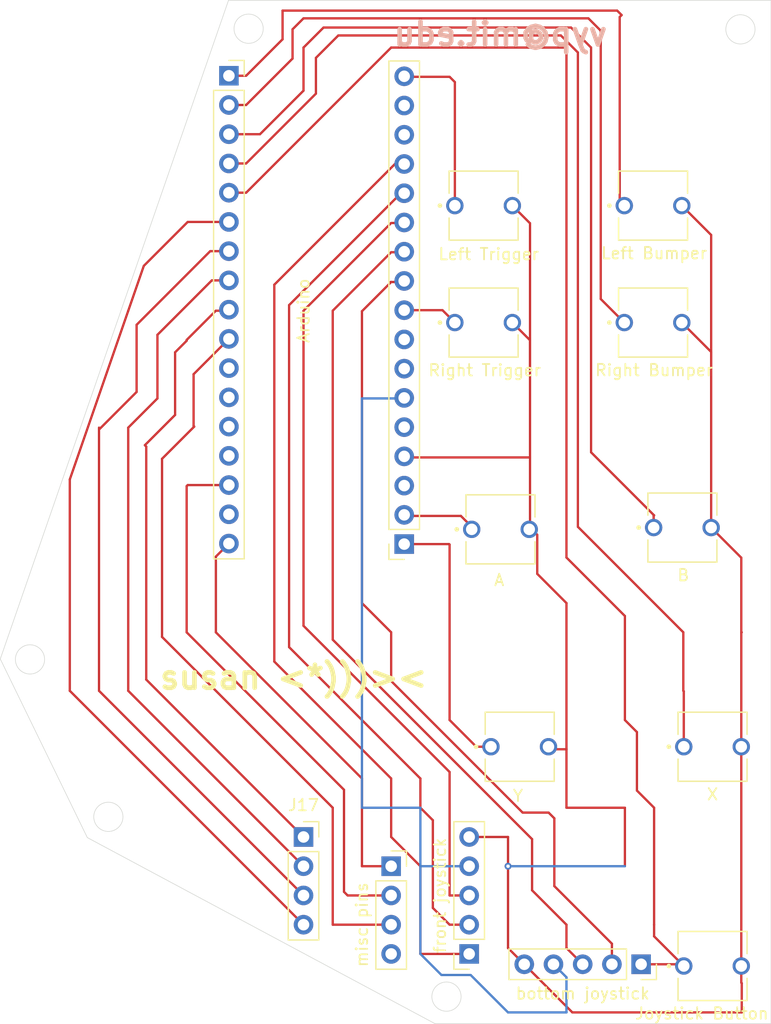
<source format=kicad_pcb>
(kicad_pcb (version 20240108) (generator "pcbnew") (generator_version "8.0")
  (layers (0 "F.Cu" signal) (31 "B.Cu" signal) (34 "B.Paste" user) (35 "F.Paste" user) (36 "B.SilkS" user "B.Silkscreen") (37 "F.SilkS" user "F.Silkscreen") (38 "B.Mask" user) (39 "F.Mask" user) (44 "Edge.Cuts" user))
  (net 0 "")
  (net 1 "/D8")
  (net 2 "/VCC")
  (net 3 "/A0")
  (net 4 "/GND")
  (net 5 "/A1")
  (net 6 "/D16")
  (net 7 "/D6")
  (net 8 "/D7")
  (net 9 "/D17")
  (net 10 "/D11")
  (net 11 "/D10")
  (net 12 "/D15")
  (net 13 "/RST")
  (net 14 "/D14")
  (net 15 "/D5")
  (net 16 "/D2")
  (net 17 "/D3")
  (net 18 "/D12")
  (net 19 "/D9")
  (net 20 "/D4")
  (net 21 "/3V")
  (net 22 "/A2")
  (net 23 "/NC")
  (net 24 "/D13")
  (net 25 "/VIN")
  (net 26 "/A3")
  (net 27 "/A5")
  (net 28 "/A4")
  (net 29 "/REF")
  (net 30 "/D0")
  (net 31 "/D1")
  (footprint "Downloads:SW_BUTT-2" (layer "F.Cu") (at 88.243682 92.654749)
    (property "Reference" "SW13")
    (property "Value" "A" (at -0.111257 4.407114 0) (layer "F.SilkS"))
    (fp_line (start -3 -3) (end 3 -3) (stroke (width 0.127)) (layer "F.SilkS"))
    (fp_line (start -3 -1.075) (end -3 -3) (stroke (width 0.127)) (layer "F.SilkS"))
    (fp_line (start -3 3) (end -3 1.075) (stroke (width 0.127)) (layer "F.SilkS"))
    (fp_line (start 3 -3) (end 3 -1.075) (stroke (width 0.127)) (layer "F.SilkS"))
    (fp_line (start 3 1.075) (end 3 3) (stroke (width 0.127)) (layer "F.SilkS"))
    (fp_line (start 3 3) (end -3 3) (stroke (width 0.127)) (layer "F.SilkS"))
    (fp_circle (center -3.8 0) (end -3.7 0) (stroke (width 0.2)) (fill none) (layer "F.SilkS"))
    (pad "1" thru_hole circle (at -2.5 0) (size 1.508 1.508) (drill 1) (layers "*.Cu" "*.Mask") (net 14 "/D14"))
    (pad "2" thru_hole circle (at 2.5 0) (size 1.508 1.508) (drill 1) (layers "*.Cu" "*.Mask") (net 4 "/GND"))
  )
  (footprint "Connector_PinSocket_2.54mm:PinSocket_1x17_P2.54mm_Vertical" (layer "F.Cu") (at 79.873417 93.935455 180)
    (property "Reference" "J4")
    (property "Value" "Arduino" (at 8.753417 20.275455 -90) (layer "F.SilkS"))
    (fp_line (start 1.33 1.27) (end 1.33 41.97) (stroke (width 0.12)) (layer "F.SilkS"))
    (fp_line (start 1.33 -1.33) (end 1.33 0) (stroke (width 0.12)) (layer "F.SilkS"))
    (fp_line (start 0 -1.33) (end 1.33 -1.33) (stroke (width 0.12)) (layer "F.SilkS"))
    (fp_line (start -1.33 41.97) (end 1.33 41.97) (stroke (width 0.12)) (layer "F.SilkS"))
    (fp_line (start -1.33 1.27) (end 1.33 1.27) (stroke (width 0.12)) (layer "F.SilkS"))
    (fp_line (start -1.33 1.27) (end -1.33 41.97) (stroke (width 0.12)) (layer "F.SilkS"))
    (pad "1" thru_hole rect (at 0 0 180) (size 1.7 1.7) (drill 1) (layers "*.Cu" "*.Mask") (net 12 "/D15"))
    (pad "2" thru_hole oval (at 0 2.54 180) (size 1.7 1.7) (drill 1) (layers "*.Cu" "*.Mask") (net 14 "/D14"))
    (pad "3" thru_hole oval (at 0 5.08 180) (size 1.7 1.7) (drill 1) (layers "*.Cu" "*.Mask") (net 25 "/VIN"))
    (pad "4" thru_hole oval (at 0 7.62 180) (size 1.7 1.7) (drill 1) (layers "*.Cu" "*.Mask") (net 4 "/GND"))
    (pad "5" thru_hole oval (at 0 10.16 180) (size 1.7 1.7) (drill 1) (layers "*.Cu" "*.Mask") (net 13 "/RST"))
    (pad "6" thru_hole oval (at 0 12.7 180) (size 1.7 1.7) (drill 1) (layers "*.Cu" "*.Mask") (net 2 "/VCC"))
    (pad "7" thru_hole oval (at 0 15.24 180) (size 1.7 1.7) (drill 1) (layers "*.Cu" "*.Mask") (net 23 "/NC"))
    (pad "8" thru_hole oval (at 0 17.78 180) (size 1.7 1.7) (drill 1) (layers "*.Cu" "*.Mask") (net 23 "/NC"))
    (pad "9" thru_hole oval (at 0 20.32 180) (size 1.7 1.7) (drill 1) (layers "*.Cu" "*.Mask") (net 27 "/A5"))
    (pad "10" thru_hole oval (at 0 22.86 180) (size 1.7 1.7) (drill 1) (layers "*.Cu" "*.Mask") (net 28 "/A4"))
    (pad "11" thru_hole oval (at 0 25.4 180) (size 1.7 1.7) (drill 1) (layers "*.Cu" "*.Mask") (net 26 "/A3"))
    (pad "12" thru_hole oval (at 0 27.94 180) (size 1.7 1.7) (drill 1) (layers "*.Cu" "*.Mask") (net 22 "/A2"))
    (pad "13" thru_hole oval (at 0 30.48 180) (size 1.7 1.7) (drill 1) (layers "*.Cu" "*.Mask") (net 5 "/A1"))
    (pad "14" thru_hole oval (at 0 33.02 180) (size 1.7 1.7) (drill 1) (layers "*.Cu" "*.Mask") (net 3 "/A0"))
    (pad "15" thru_hole oval (at 0 35.56 180) (size 1.7 1.7) (drill 1) (layers "*.Cu" "*.Mask") (net 29 "/REF"))
    (pad "16" thru_hole oval (at 0 38.1 180) (size 1.7 1.7) (drill 1) (layers "*.Cu" "*.Mask") (net 21 "/3V"))
    (pad "17" thru_hole oval (at 0 40.64 180) (size 1.7 1.7) (drill 1) (layers "*.Cu" "*.Mask") (net 24 "/D13"))
  )
  (footprint "Downloads:SW_BUTT-2" (layer "F.Cu") (at 89.916 111.539427)
    (property "Reference" "SW15")
    (property "Value" "Y" (at -0.150127 4.267728 0) (layer "F.SilkS"))
    (fp_line (start -3 -3) (end 3 -3) (stroke (width 0.127)) (layer "F.SilkS"))
    (fp_line (start -3 -1.075) (end -3 -3) (stroke (width 0.127)) (layer "F.SilkS"))
    (fp_line (start -3 3) (end -3 1.075) (stroke (width 0.127)) (layer "F.SilkS"))
    (fp_line (start 3 -3) (end 3 -1.075) (stroke (width 0.127)) (layer "F.SilkS"))
    (fp_line (start 3 1.075) (end 3 3) (stroke (width 0.127)) (layer "F.SilkS"))
    (fp_line (start 3 3) (end -3 3) (stroke (width 0.127)) (layer "F.SilkS"))
    (fp_circle (center -3.8 0) (end -3.7 0) (stroke (width 0.2)) (fill none) (layer "F.SilkS"))
    (pad "1" thru_hole circle (at -2.5 0) (size 1.508 1.508) (drill 1) (layers "*.Cu" "*.Mask") (net 12 "/D15"))
    (pad "2" thru_hole circle (at 2.5 0) (size 1.508 1.508) (drill 1) (layers "*.Cu" "*.Mask") (net 4 "/GND"))
  )
  (footprint "Downloads:SW_BUTT-2" (layer "F.Cu") (at 86.777054 64.530823)
    (property "Reference" "SW1")
    (property "Value" "Left Trigger" (at 0.443498 4.216453 0) (layer "F.SilkS"))
    (fp_line (start -3 -3) (end 3 -3) (stroke (width 0.127)) (layer "F.SilkS"))
    (fp_line (start -3 -1.075) (end -3 -3) (stroke (width 0.127)) (layer "F.SilkS"))
    (fp_line (start -3 3) (end -3 1.075) (stroke (width 0.127)) (layer "F.SilkS"))
    (fp_line (start 3 -3) (end 3 -1.075) (stroke (width 0.127)) (layer "F.SilkS"))
    (fp_line (start 3 1.075) (end 3 3) (stroke (width 0.127)) (layer "F.SilkS"))
    (fp_line (start 3 3) (end -3 3) (stroke (width 0.127)) (layer "F.SilkS"))
    (fp_circle (center -3.8 0) (end -3.7 0) (stroke (width 0.2)) (fill none) (layer "F.SilkS"))
    (pad "1" thru_hole circle (at -2.5 0) (size 1.508 1.508) (drill 1) (layers "*.Cu" "*.Mask") (net 24 "/D13"))
    (pad "2" thru_hole circle (at 2.5 0) (size 1.508 1.508) (drill 1) (layers "*.Cu" "*.Mask") (net 4 "/GND"))
  )
  (footprint "Downloads:SW_BUTT-2" (layer "F.Cu") (at 86.777054 74.690823)
    (property "Reference" "SW2")
    (property "Value" "Right Trigger" (at 0.09686 4.143628 0) (layer "F.SilkS"))
    (fp_line (start -3 -3) (end 3 -3) (stroke (width 0.127)) (layer "F.SilkS"))
    (fp_line (start -3 -1.075) (end -3 -3) (stroke (width 0.127)) (layer "F.SilkS"))
    (fp_line (start -3 3) (end -3 1.075) (stroke (width 0.127)) (layer "F.SilkS"))
    (fp_line (start 3 -3) (end 3 -1.075) (stroke (width 0.127)) (layer "F.SilkS"))
    (fp_line (start 3 1.075) (end 3 3) (stroke (width 0.127)) (layer "F.SilkS"))
    (fp_line (start 3 3) (end -3 3) (stroke (width 0.127)) (layer "F.SilkS"))
    (fp_circle (center -3.8 0) (end -3.7 0) (stroke (width 0.2)) (fill none) (layer "F.SilkS"))
    (pad "1" thru_hole circle (at -2.5 0) (size 1.508 1.508) (drill 1) (layers "*.Cu" "*.Mask") (net 27 "/A5"))
    (pad "2" thru_hole circle (at 2.5 0) (size 1.508 1.508) (drill 1) (layers "*.Cu" "*.Mask") (net 4 "/GND"))
  )
  (footprint "Downloads:SW_BUTT-2" (layer "F.Cu") (at 104.060425 92.499983)
    (property "Reference" "SW16")
    (property "Value" "B" (at 0.079575 4.135 0) (layer "F.SilkS"))
    (fp_line (start -3 -3) (end 3 -3) (stroke (width 0.127)) (layer "F.SilkS"))
    (fp_line (start -3 -1.075) (end -3 -3) (stroke (width 0.127)) (layer "F.SilkS"))
    (fp_line (start -3 3) (end -3 1.075) (stroke (width 0.127)) (layer "F.SilkS"))
    (fp_line (start 3 -3) (end 3 -1.075) (stroke (width 0.127)) (layer "F.SilkS"))
    (fp_line (start 3 1.075) (end 3 3) (stroke (width 0.127)) (layer "F.SilkS"))
    (fp_line (start 3 3) (end -3 3) (stroke (width 0.127)) (layer "F.SilkS"))
    (fp_circle (center -3.8 0) (end -3.7 0) (stroke (width 0.2)) (fill none) (layer "F.SilkS"))
    (pad "1" thru_hole circle (at -2.5 0) (size 1.508 1.508) (drill 1) (layers "*.Cu" "*.Mask") (net 11 "/D10"))
    (pad "2" thru_hole circle (at 2.5 0) (size 1.508 1.508) (drill 1) (layers "*.Cu" "*.Mask") (net 4 "/GND"))
  )
  (footprint "Connector_PinSocket_2.54mm:PinSocket_1x05_P2.54mm_Vertical" (layer "F.Cu") (at 85.52305 129.54 180)
    (property "Reference" "J1")
    (property "Value" "front joystick" (at 2.54 5.08 -90) (layer "F.SilkS"))
    (fp_line (start 1.33 1.27) (end 1.33 11.49) (stroke (width 0.12)) (layer "F.SilkS"))
    (fp_line (start 1.33 -1.33) (end 1.33 0) (stroke (width 0.12)) (layer "F.SilkS"))
    (fp_line (start 0 -1.33) (end 1.33 -1.33) (stroke (width 0.12)) (layer "F.SilkS"))
    (fp_line (start -1.33 11.49) (end 1.33 11.49) (stroke (width 0.12)) (layer "F.SilkS"))
    (fp_line (start -1.33 1.27) (end 1.33 1.27) (stroke (width 0.12)) (layer "F.SilkS"))
    (fp_line (start -1.33 1.27) (end -1.33 11.49) (stroke (width 0.12)) (layer "F.SilkS"))
    (pad "1" thru_hole rect (at 0 0 180) (size 1.7 1.7) (drill 1) (layers "*.Cu" "*.Mask") (net 3 "/A0"))
    (pad "2" thru_hole oval (at 0 2.54 180) (size 1.7 1.7) (drill 1) (layers "*.Cu" "*.Mask") (net 5 "/A1"))
    (pad "3" thru_hole oval (at 0 5.08 180) (size 1.7 1.7) (drill 1) (layers "*.Cu" "*.Mask") (net 22 "/A2"))
    (pad "4" thru_hole oval (at 0 7.62 180) (size 1.7 1.7) (drill 1) (layers "*.Cu" "*.Mask") (net 2 "/VCC"))
    (pad "5" thru_hole oval (at 0 10.16 180) (size 1.7 1.7) (drill 1) (layers "*.Cu" "*.Mask") (net 4 "/GND"))
  )
  (footprint "Downloads:SW_BUTT-2" (layer "F.Cu") (at 101.509054 64.530823)
    (property "Reference" "SW4" (hide yes))
    (property "Value" "Left Bumper" (at 0.090946 4.135 0) (layer "F.SilkS"))
    (fp_line (start -3 -3) (end 3 -3) (stroke (width 0.127)) (layer "F.SilkS"))
    (fp_line (start -3 -1.075) (end -3 -3) (stroke (width 0.127)) (layer "F.SilkS"))
    (fp_line (start -3 3) (end -3 1.075) (stroke (width 0.127)) (layer "F.SilkS"))
    (fp_line (start 3 -3) (end 3 -1.075) (stroke (width 0.127)) (layer "F.SilkS"))
    (fp_line (start 3 1.075) (end 3 3) (stroke (width 0.127)) (layer "F.SilkS"))
    (fp_line (start 3 3) (end -3 3) (stroke (width 0.127)) (layer "F.SilkS"))
    (fp_circle (center -3.8 0) (end -3.7 0) (stroke (width 0.2)) (fill none) (layer "F.SilkS"))
    (pad "1" thru_hole circle (at -2.5 0) (size 1.508 1.508) (drill 1) (layers "*.Cu" "*.Mask") (net 18 "/D12"))
    (pad "2" thru_hole circle (at 2.5 0) (size 1.508 1.508) (drill 1) (layers "*.Cu" "*.Mask") (net 4 "/GND"))
  )
  (footprint "Downloads:SW_BUTT-2" (layer "F.Cu") (at 106.68 111.539427)
    (property "Reference" "SW14")
    (property "Value" "X" (at 0 4.135 0) (layer "F.SilkS"))
    (fp_line (start -3 -3) (end 3 -3) (stroke (width 0.127)) (layer "F.SilkS"))
    (fp_line (start -3 -1.075) (end -3 -3) (stroke (width 0.127)) (layer "F.SilkS"))
    (fp_line (start -3 3) (end -3 1.075) (stroke (width 0.127)) (layer "F.SilkS"))
    (fp_line (start 3 -3) (end 3 -1.075) (stroke (width 0.127)) (layer "F.SilkS"))
    (fp_line (start 3 1.075) (end 3 3) (stroke (width 0.127)) (layer "F.SilkS"))
    (fp_line (start 3 3) (end -3 3) (stroke (width 0.127)) (layer "F.SilkS"))
    (fp_circle (center -3.8 0) (end -3.7 0) (stroke (width 0.2)) (fill none) (layer "F.SilkS"))
    (pad "1" thru_hole circle (at -2.5 0) (size 1.508 1.508) (drill 1) (layers "*.Cu" "*.Mask") (net 19 "/D9"))
    (pad "2" thru_hole circle (at 2.5 0) (size 1.508 1.508) (drill 1) (layers "*.Cu" "*.Mask") (net 4 "/GND"))
  )
  (footprint "Downloads:SW_BUTT-2" (layer "F.Cu") (at 106.68 130.589427)
    (property "Reference" "SW7")
    (property "Value" "Joystick Button" (at -0.930092 4.124987 0) (layer "F.SilkS"))
    (fp_line (start -3 -3) (end 3 -3) (stroke (width 0.127)) (layer "F.SilkS"))
    (fp_line (start -3 -1.075) (end -3 -3) (stroke (width 0.127)) (layer "F.SilkS"))
    (fp_line (start -3 3) (end -3 1.075) (stroke (width 0.127)) (layer "F.SilkS"))
    (fp_line (start 3 -3) (end 3 -1.075) (stroke (width 0.127)) (layer "F.SilkS"))
    (fp_line (start 3 1.075) (end 3 3) (stroke (width 0.127)) (layer "F.SilkS"))
    (fp_line (start 3 3) (end -3 3) (stroke (width 0.127)) (layer "F.SilkS"))
    (fp_circle (center -3.8 0) (end -3.7 0) (stroke (width 0.2)) (fill none) (layer "F.SilkS"))
    (pad "1" thru_hole circle (at -2.5 0) (size 1.508 1.508) (drill 1) (layers "*.Cu" "*.Mask") (net 1 "/D8"))
    (pad "2" thru_hole circle (at 2.5 0) (size 1.508 1.508) (drill 1) (layers "*.Cu" "*.Mask") (net 4 "/GND"))
  )
  (footprint "Connector_PinSocket_2.54mm:PinSocket_1x04_P2.54mm_Vertical" (layer "F.Cu") (at 71.12 119.38)
    (property "Reference" "J17" (at 0 -2.77 0) (layer "F.SilkS"))
    (property "Value" "d-pad pins")
    (fp_line (start -1.33 1.27) (end -1.33 8.95) (stroke (width 0.12)) (layer "F.SilkS"))
    (fp_line (start -1.33 1.27) (end 1.33 1.27) (stroke (width 0.12)) (layer "F.SilkS"))
    (fp_line (start -1.33 8.95) (end 1.33 8.95) (stroke (width 0.12)) (layer "F.SilkS"))
    (fp_line (start 0 -1.33) (end 1.33 -1.33) (stroke (width 0.12)) (layer "F.SilkS"))
    (fp_line (start 1.33 -1.33) (end 1.33 0) (stroke (width 0.12)) (layer "F.SilkS"))
    (fp_line (start 1.33 1.27) (end 1.33 8.95) (stroke (width 0.12)) (layer "F.SilkS"))
    (pad "1" thru_hole rect (at 0 0) (size 1.7 1.7) (drill 1) (layers "*.Cu" "*.Mask") (net 20 "/D4"))
    (pad "2" thru_hole oval (at 0 2.54) (size 1.7 1.7) (drill 1) (layers "*.Cu" "*.Mask") (net 15 "/D5"))
    (pad "3" thru_hole oval (at 0 5.08) (size 1.7 1.7) (drill 1) (layers "*.Cu" "*.Mask") (net 7 "/D6"))
    (pad "4" thru_hole oval (at 0 7.62) (size 1.7 1.7) (drill 1) (layers "*.Cu" "*.Mask") (net 8 "/D7"))
  )
  (footprint "Connector_PinSocket_2.54mm:PinSocket_1x05_P2.54mm_Vertical" (layer "F.Cu") (at 100.471417 130.438924 -90)
    (property "Reference" "J2" (hide yes))
    (property "Value" "bottom joystick" (at 2.54 5.08 180) (layer "F.SilkS"))
    (fp_line (start -1.33 11.49) (end 1.33 11.49) (stroke (width 0.12)) (layer "F.SilkS"))
    (fp_line (start -1.33 1.27) (end -1.33 11.49) (stroke (width 0.12)) (layer "F.SilkS"))
    (fp_line (start -1.33 1.27) (end 1.33 1.27) (stroke (width 0.12)) (layer "F.SilkS"))
    (fp_line (start 1.33 1.27) (end 1.33 11.49) (stroke (width 0.12)) (layer "F.SilkS"))
    (fp_line (start 0 -1.33) (end 1.33 -1.33) (stroke (width 0.12)) (layer "F.SilkS"))
    (fp_line (start 1.33 -1.33) (end 1.33 0) (stroke (width 0.12)) (layer "F.SilkS"))
    (pad "1" thru_hole rect (at 0 0 270) (size 1.7 1.7) (drill 1) (layers "*.Cu" "*.Mask") (net 1 "/D8"))
    (pad "2" thru_hole oval (at 0 2.54 270) (size 1.7 1.7) (drill 1) (layers "*.Cu" "*.Mask") (net 28 "/A4"))
    (pad "3" thru_hole oval (at 0 5.08 270) (size 1.7 1.7) (drill 1) (layers "*.Cu" "*.Mask") (net 26 "/A3"))
    (pad "4" thru_hole oval (at 0 7.62 270) (size 1.7 1.7) (drill 1) (layers "*.Cu" "*.Mask") (net 2 "/VCC"))
    (pad "5" thru_hole oval (at 0 10.16 270) (size 1.7 1.7) (drill 1) (layers "*.Cu" "*.Mask") (net 4 "/GND"))
  )
  (footprint "Connector_PinSocket_2.54mm:PinSocket_1x04_P2.54mm_Vertical" (layer "F.Cu") (at 78.74 121.92)
    (property "Reference" "J18")
    (property "Value" "misc pins" (at -2.54 5.08 90) (layer "F.SilkS"))
    (fp_line (start -1.33 1.27) (end -1.33 8.95) (stroke (width 0.12)) (layer "F.SilkS"))
    (fp_line (start -1.33 1.27) (end 1.33 1.27) (stroke (width 0.12)) (layer "F.SilkS"))
    (fp_line (start -1.33 8.95) (end 1.33 8.95) (stroke (width 0.12)) (layer "F.SilkS"))
    (fp_line (start 0 -1.33) (end 1.33 -1.33) (stroke (width 0.12)) (layer "F.SilkS"))
    (fp_line (start 1.33 -1.33) (end 1.33 0) (stroke (width 0.12)) (layer "F.SilkS"))
    (fp_line (start 1.33 1.27) (end 1.33 8.95) (stroke (width 0.12)) (layer "F.SilkS"))
    (pad "1" thru_hole rect (at 0 0) (size 1.7 1.7) (drill 1) (layers "*.Cu" "*.Mask") (net 6 "/D16"))
    (pad "2" thru_hole oval (at 0 2.54) (size 1.7 1.7) (drill 1) (layers "*.Cu" "*.Mask") (net 31 "/D1"))
    (pad "3" thru_hole oval (at 0 5.08) (size 1.7 1.7) (drill 1) (layers "*.Cu" "*.Mask") (net 17 "/D3"))
    (pad "4" thru_hole oval (at 0 7.62) (size 1.7 1.7) (drill 1) (layers "*.Cu" "*.Mask") (net 4 "/GND"))
  )
  (footprint "Downloads:SW_BUTT-2" (layer "F.Cu") (at 101.509054 74.690823)
    (property "Reference" "SW3")
    (property "Value" "Right Bumper" (at 0.090946 4.135 0) (layer "F.SilkS"))
    (fp_line (start -3 -3) (end 3 -3) (stroke (width 0.127)) (layer "F.SilkS"))
    (fp_line (start -3 -1.075) (end -3 -3) (stroke (width 0.127)) (layer "F.SilkS"))
    (fp_line (start -3 3) (end -3 1.075) (stroke (width 0.127)) (layer "F.SilkS"))
    (fp_line (start 3 -3) (end 3 -1.075) (stroke (width 0.127)) (layer "F.SilkS"))
    (fp_line (start 3 1.075) (end 3 3) (stroke (width 0.127)) (layer "F.SilkS"))
    (fp_line (start 3 3) (end -3 3) (stroke (width 0.127)) (layer "F.SilkS"))
    (fp_circle (center -3.8 0) (end -3.7 0) (stroke (width 0.2)) (fill none) (layer "F.SilkS"))
    (pad "1" thru_hole circle (at -2.5 0) (size 1.508 1.508) (drill 1) (layers "*.Cu" "*.Mask") (net 10 "/D11"))
    (pad "2" thru_hole circle (at 2.5 0) (size 1.508 1.508) (drill 1) (layers "*.Cu" "*.Mask") (net 4 "/GND"))
  )
  (footprint "Connector_PinSocket_2.54mm:PinSocket_1x17_P2.54mm_Vertical" (layer "F.Cu") (at 64.633417 53.248045)
    (property "Reference" "J3")
    (property "Value" "Conn_01x17_Pin" (hide yes))
    (fp_line (start -1.33 1.27) (end -1.33 41.97) (stroke (width 0.12)) (layer "F.SilkS"))
    (fp_line (start -1.33 1.27) (end 1.33 1.27) (stroke (width 0.12)) (layer "F.SilkS"))
    (fp_line (start -1.33 41.97) (end 1.33 41.97) (stroke (width 0.12)) (layer "F.SilkS"))
    (fp_line (start 0 -1.33) (end 1.33 -1.33) (stroke (width 0.12)) (layer "F.SilkS"))
    (fp_line (start 1.33 -1.33) (end 1.33 0) (stroke (width 0.12)) (layer "F.SilkS"))
    (fp_line (start 1.33 1.27) (end 1.33 41.97) (stroke (width 0.12)) (layer "F.SilkS"))
    (pad "1" thru_hole rect (at 0 0) (size 1.7 1.7) (drill 1) (layers "*.Cu" "*.Mask") (net 18 "/D12"))
    (pad "2" thru_hole oval (at 0 2.54) (size 1.7 1.7) (drill 1) (layers "*.Cu" "*.Mask") (net 10 "/D11"))
    (pad "3" thru_hole oval (at 0 5.08) (size 1.7 1.7) (drill 1) (layers "*.Cu" "*.Mask") (net 11 "/D10"))
    (pad "4" thru_hole oval (at 0 7.62) (size 1.7 1.7) (drill 1) (layers "*.Cu" "*.Mask") (net 19 "/D9"))
    (pad "5" thru_hole oval (at 0 10.16) (size 1.7 1.7) (drill 1) (layers "*.Cu" "*.Mask") (net 1 "/D8"))
    (pad "6" thru_hole oval (at 0 12.7) (size 1.7 1.7) (drill 1) (layers "*.Cu" "*.Mask") (net 8 "/D7"))
    (pad "7" thru_hole oval (at 0 15.24) (size 1.7 1.7) (drill 1) (layers "*.Cu" "*.Mask") (net 7 "/D6"))
    (pad "8" thru_hole oval (at 0 17.78) (size 1.7 1.7) (drill 1) (layers "*.Cu" "*.Mask") (net 15 "/D5"))
    (pad "9" thru_hole oval (at 0 20.32) (size 1.7 1.7) (drill 1) (layers "*.Cu" "*.Mask") (net 20 "/D4"))
    (pad "10" thru_hole oval (at 0 22.86) (size 1.7 1.7) (drill 1) (layers "*.Cu" "*.Mask") (net 17 "/D3"))
    (pad "11" thru_hole oval (at 0 25.4) (size 1.7 1.7) (drill 1) (layers "*.Cu" "*.Mask") (net 16 "/D2"))
    (pad "12" thru_hole oval (at 0 27.94) (size 1.7 1.7) (drill 1) (layers "*.Cu" "*.Mask") (net 4 "/GND"))
    (pad "13" thru_hole oval (at 0 30.48) (size 1.7 1.7) (drill 1) (layers "*.Cu" "*.Mask") (net 13 "/RST"))
    (pad "14" thru_hole oval (at 0 33.02) (size 1.7 1.7) (drill 1) (layers "*.Cu" "*.Mask") (net 30 "/D0"))
    (pad "15" thru_hole oval (at 0 35.56) (size 1.7 1.7) (drill 1) (layers "*.Cu" "*.Mask") (net 31 "/D1"))
    (pad "16" thru_hole oval (at 0 38.1) (size 1.7 1.7) (drill 1) (layers "*.Cu" "*.Mask") (net 9 "/D17"))
    (pad "17" thru_hole oval (at 0 40.64) (size 1.7 1.7) (drill 1) (layers "*.Cu" "*.Mask") (net 6 "/D16"))
  )
  (gr_line (start 64.6 46.69279) (end 44.757099 103.916044) (stroke (width 0.05)) (layer "Edge.Cuts"))
  (gr_line (start 64.6 46.69279) (end 111.76 46.69279) (stroke (width 0.05)) (layer "Edge.Cuts"))
  (gr_circle (center 83.548809 133.24832) (end 82.278809 133.24832) (stroke (width 0.05)) (fill none) (layer "Edge.Cuts"))
  (gr_circle (center 109.106096 49.217965) (end 110.376096 49.217965) (stroke (width 0.05)) (fill none) (layer "Edge.Cuts"))
  (gr_line (start 111.76 135.59279) (end 82.55 135.59279) (stroke (width 0.05)) (layer "Edge.Cuts"))
  (gr_line (start 111.76 46.69279) (end 111.76 135.59279) (stroke (width 0.05)) (layer "Edge.Cuts"))
  (gr_line (start 82.547187 135.595639) (end 52.324 119.43279) (stroke (width 0.05)) (layer "Edge.Cuts"))
  (gr_line (start 44.757099 103.916044) (end 52.324 119.43279) (stroke (width 0.05)) (layer "Edge.Cuts"))
  (gr_circle (center 47.340021 103.953322) (end 46.070021 103.953322) (stroke (width 0.05)) (fill none) (layer "Edge.Cuts"))
  (gr_circle (center 54.152909 117.630356) (end 52.882909 117.630356) (stroke (width 0.05)) (fill none) (layer "Edge.Cuts"))
  (gr_circle (center 66.346944 49.162885) (end 66.346944 47.892885) (stroke (width 0.05)) (fill none) (layer "Edge.Cuts"))
  (gr_text "vyp@mit.edu" (at 78.74 50.8 0) (layer "B.SilkS") (effects (font (size 2 2) (thickness 0.4) (bold yes)) (justify right bottom mirror)))
  (gr_text "susan <*)))><\n" (at 58.42 106.68 0) (layer "F.SilkS") (effects (font (size 2 2) (thickness 0.4) (bold yes)) (justify left bottom)))
  (segment (start 66.131955 63.408045) (end 64.633417 63.408045) (width 0.2) (layer "F.Cu") (net 1))
  (segment (start 93.98 50.8) (end 78.74 50.8) (width 0.2) (layer "F.Cu") (net 1))
  (segment (start 100.471417 130.438924) (end 104.029497 130.438924) (width 0.2) (layer "F.Cu") (net 1))
  (segment (start 101.6 127) (end 101.6 116.84) (width 0.2) (layer "F.Cu") (net 1))
  (segment (start 100.106425 110.266425) (end 99.06 109.22) (width 0.2) (layer "F.Cu") (net 1))
  (segment (start 99.06 100.181872) (end 93.98 95.101872) (width 0.2) (layer "F.Cu") (net 1))
  (segment (start 100.106425 115.346425) (end 100.106425 110.266425) (width 0.2) (layer "F.Cu") (net 1))
  (segment (start 104.029497 130.438924) (end 104.18 130.589427) (width 0.2) (layer "F.Cu") (net 1))
  (segment (start 99.06 109.22) (end 99.06 100.181872) (width 0.2) (layer "F.Cu") (net 1))
  (segment (start 101.6 128.009427) (end 101.6 127) (width 0.2) (layer "F.Cu") (net 1))
  (segment (start 101.6 116.84) (end 100.106425 115.346425) (width 0.2) (layer "F.Cu") (net 1))
  (segment (start 78.74 50.8) (end 66.131955 63.408045) (width 0.2) (layer "F.Cu") (net 1))
  (segment (start 93.98 95.101872) (end 93.98 50.8) (width 0.2) (layer "F.Cu") (net 1))
  (segment (start 104.18 130.589427) (end 101.6 128.009427) (width 0.2) (layer "F.Cu") (net 1))
  (segment (start 92.509166 130.096673) (end 92.851417 130.438924) (width 0.2) (layer "F.Cu") (net 2))
  (segment (start 83.110201 131.370201) (end 85.650201 131.370201) (width 0.2) (layer "B.Cu") (net 2))
  (segment (start 81.28 121.92) (end 85.52305 121.92) (width 0.2) (layer "B.Cu") (net 2))
  (segment (start 81.28 116.84) (end 81.28 121.92) (width 0.2) (layer "B.Cu") (net 2))
  (segment (start 76.2 116.84) (end 81.28 116.84) (width 0.2) (layer "B.Cu") (net 2))
  (segment (start 88.9 134.62) (end 93.98 134.62) (width 0.2) (layer "B.Cu") (net 2))
  (segment (start 79.873417 81.235455) (end 79.828872 81.28) (width 0.2) (layer "B.Cu") (net 2))
  (segment (start 79.828872 81.28) (end 76.2 81.28) (width 0.2) (layer "B.Cu") (net 2))
  (segment (start 85.650201 131.370201) (end 88.9 134.62) (width 0.2) (layer "B.Cu") (net 2))
  (segment (start 81.28 129.54) (end 83.110201 131.370201) (width 0.2) (layer "B.Cu") (net 2))
  (segment (start 76.2 81.28) (end 76.2 116.84) (width 0.2) (layer "B.Cu") (net 2))
  (segment (start 93.98 134.62) (end 93.98 131.567507) (width 0.2) (layer "B.Cu") (net 2))
  (segment (start 93.98 131.567507) (end 92.851417 130.438924) (width 0.2) (layer "B.Cu") (net 2))
  (segment (start 81.28 121.92) (end 81.28 129.54) (width 0.2) (layer "B.Cu") (net 2))
  (segment (start 68.58 104.14) (end 78.74 114.3) (width 0.2) (layer "F.Cu") (net 3))
  (segment (start 79.067388 60.915455) (end 68.58 71.402843) (width 0.2) (layer "F.Cu") (net 3))
  (segment (start 81.28 129.54) (end 85.52305 129.54) (width 0.2) (layer "F.Cu") (net 3))
  (segment (start 79.873417 60.915455) (end 79.067388 60.915455) (width 0.2) (layer "F.Cu") (net 3))
  (segment (start 81.28 121.92) (end 81.28 129.54) (width 0.2) (layer "F.Cu") (net 3))
  (segment (start 78.74 114.3) (end 78.74 119.38) (width 0.2) (layer "F.Cu") (net 3))
  (segment (start 78.74 119.38) (end 81.28 121.92) (width 0.2) (layer "F.Cu") (net 3))
  (segment (start 68.58 71.402843) (end 68.58 104.14) (width 0.2) (layer "F.Cu") (net 3))
  (segment (start 104.009054 64.530823) (end 106.560425 67.082194) (width 0.2) (layer "F.Cu") (net 4))
  (segment (start 90.812425 66.066194) (end 90.812425 78.74) (width 0.2) (layer "F.Cu") (net 4))
  (segment (start 90.812425 78.74) (end 90.812425 92.499983) (width 0.2) (layer "F.Cu") (net 4))
  (segment (start 91.44 93.127558) (end 91.44 96.52) (width 0.2) (layer "F.Cu") (net 4))
  (segment (start 99.06 116.84) (end 93.98 116.84) (width 0.2) (layer "F.Cu") (net 4))
  (segment (start 89.277054 74.690823) (end 90.812425 76.226194) (width 0.2) (layer "F.Cu") (net 4))
  (segment (start 79.965372 86.40741) (end 90.765015 86.40741) (width 0.2) (layer "F.Cu") (net 4))
  (segment (start 88.9 121.92) (end 88.9 129.027507) (width 0.2) (layer "F.Cu") (net 4))
  (segment (start 93.98 111.76) (end 92.636573 111.76) (width 0.2) (layer "F.Cu") (net 4))
  (segment (start 93.98 116.84) (end 93.98 111.76) (width 0.2) (layer "F.Cu") (net 4))
  (segment (start 106.560425 67.082194) (end 106.560425 78.74) (width 0.2) (layer "F.Cu") (net 4))
  (segment (start 85.52305 119.38) (end 88.9 119.38) (width 0.2) (layer "F.Cu") (net 4))
  (segment (start 88.9 129.027507) (end 90.311417 130.438924) (width 0.2) (layer "F.Cu") (net 4))
  (segment (start 91.44 96.52) (end 93.98 99.06) (width 0.2) (layer "F.Cu") (net 4))
  (segment (start 90.765015 86.40741) (end 90.812425 86.36) (width 0.2) (layer "F.Cu") (net 4))
  (segment (start 88.9 119.38) (end 88.9 121.92) (width 0.2) (layer "F.Cu") (net 4))
  (segment (start 79.873417 86.315455) (end 79.965372 86.40741) (width 0.2) (layer "F.Cu") (net 4))
  (segment (start 106.560425 77.242194) (end 106.560425 78.74) (width 0.2) (layer "F.Cu") (net 4))
  (segment (start 106.560425 78.74) (end 106.560425 92.499983) (width 0.2) (layer "F.Cu") (net 4))
  (segment (start 109.22 132.08) (end 109.18 132.04) (width 0.2) (layer "F.Cu") (net 4))
  (segment (start 99.06 121.92) (end 99.06 116.84) (width 0.2) (layer "F.Cu") (net 4))
  (segment (start 109.18 101.64) (end 109.18 95.119558) (width 0.2) (layer "F.Cu") (net 4))
  (segment (start 89.277054 64.530823) (end 90.812425 66.066194) (width 0.2) (layer "F.Cu") (net 4))
  (segment (start 90.311417 130.438924) (end 94.492493 134.62) (width 0.2) (layer "F.Cu") (net 4))
  (segment (start 88.888286 121.931714) (end 88.9 121.92) (width 0.2) (layer "F.Cu") (net 4))
  (segment (start 109.18 130.589427) (end 109.18 111.539427) (width 0.2) (layer "F.Cu") (net 4))
  (segment (start 90.812425 92.499983) (end 91.44 93.127558) (width 0.2) (layer "F.Cu") (net 4))
  (segment (start 109.18 95.119558) (end 106.560425 92.499983) (width 0.2) (layer "F.Cu") (net 4))
  (segment (start 92.636573 111.76) (end 92.416 111.539427) (width 0.2) (layer "F.Cu") (net 4))
  (segment (start 94.492493 134.62) (end 109.22 134.62) (width 0.2) (layer "F.Cu") (net 4))
  (segment (start 109.22 134.62) (end 109.22 132.08) (width 0.2) (layer "F.Cu") (net 4))
  (segment (start 109.18 101.64) (end 109.22 101.6) (width 0.2) (layer "F.Cu") (net 4))
  (segment (start 90.812425 76.226194) (end 90.812425 78.74) (width 0.2) (layer "F.Cu") (net 4))
  (segment (start 104.009054 74.690823) (end 106.560425 77.242194) (width 0.2) (layer "F.Cu") (net 4))
  (segment (start 109.18 111.539427) (end 109.18 101.64) (width 0.2) (layer "F.Cu") (net 4))
  (segment (start 93.98 99.06) (end 93.98 111.76) (width 0.2) (layer "F.Cu") (net 4))
  (segment (start 109.18 132.04) (end 109.18 130.589427) (width 0.2) (layer "F.Cu") (net 4))
  (via (at 88.9 121.92) (size 0.6) (drill 0.3) (layers "F.Cu" "B.Cu") (net 4))
  (segment (start 88.9 121.92) (end 99.06 121.92) (width 0.2) (layer "B.Cu") (net 4))
  (segment (start 69.866383 73.173617) (end 69.866383 102.886383) (width 0.2) (layer "F.Cu") (net 5))
  (segment (start 82.363565 117.923565) (end 82.363565 125.543565) (width 0.2) (layer "F.Cu") (net 5))
  (segment (start 81.28 114.3) (end 81.28 116.84) (width 0.2) (layer "F.Cu") (net 5))
  (segment (start 79.873417 63.455455) (end 79.584545 63.455455) (width 0.2) (layer "F.Cu") (net 5))
  (segment (start 79.584545 63.455455) (end 69.866383 73.173617) (width 0.2) (layer "F.Cu") (net 5))
  (segment (start 82.363565 125.543565) (end 83.82 127) (width 0.2) (layer "F.Cu") (net 5))
  (segment (start 81.28 116.84) (end 82.363565 117.923565) (width 0.2) (layer "F.Cu") (net 5))
  (segment (start 69.866383 102.886383) (end 81.28 114.3) (width 0.2) (layer "F.Cu") (net 5))
  (segment (start 83.82 127) (end 85.52305 127) (width 0.2) (layer "F.Cu") (net 5))
  (segment (start 76.2 121.92) (end 78.74 121.92) (width 0.2) (layer "F.Cu") (net 6))
  (segment (start 63.5 95.021462) (end 64.633417 93.888045) (width 0.2) (layer "F.Cu") (net 6))
  (segment (start 63.5 101.6) (end 63.5 95.021462) (width 0.2) (layer "F.Cu") (net 6))
  (segment (start 76.2 114.3) (end 63.5 101.6) (width 0.2) (layer "F.Cu") (net 6))
  (segment (start 76.2 121.92) (end 76.2 114.3) (width 0.2) (layer "F.Cu") (net 6))
  (segment (start 56.608278 80.719322) (end 55.9638 81.3638) (width 0.2) (layer "F.Cu") (net 7))
  (segment (start 56.608278 74.886316) (end 56.608278 80.719322) (width 0.2) (layer "F.Cu") (net 7))
  (segment (start 64.633417 68.488045) (end 63.006549 68.488045) (width 0.2) (layer "F.Cu") (net 7))
  (segment (start 71.12 124.46) (end 53.34 106.68) (width 0.2) (layer "F.Cu") (net 7))
  (segment (start 53.34 83.9876) (end 53.34 83.82) (width 0.2) (layer "F.Cu") (net 7))
  (segment (start 55.9638 81.3638) (end 53.34 83.9876) (width 0.2) (layer "F.Cu") (net 7))
  (segment (start 63.006549 68.488045) (end 56.608278 74.886316) (width 0.2) (layer "F.Cu") (net 7))
  (segment (start 53.34 106.68) (end 53.34 83.9876) (width 0.2) (layer "F.Cu") (net 7))
  (segment (start 55.88 73.671023) (end 55.885851 73.654149) (width 0.2) (layer "F.Cu") (net 8))
  (segment (start 50.8 88.320802) (end 57.234179 69.765821) (width 0.2) (layer "F.Cu") (net 8))
  (segment (start 61.051955 65.948045) (end 64.633417 65.948045) (width 0.2) (layer "F.Cu") (net 8))
  (segment (start 50.8 106.68) (end 50.8 88.320802) (width 0.2) (layer "F.Cu") (net 8))
  (segment (start 71.12 127) (end 50.8 106.68) (width 0.2) (layer "F.Cu") (net 8))
  (segment (start 57.234179 69.765821) (end 61.051955 65.948045) (width 0.2) (layer "F.Cu") (net 8))
  (segment (start 64.541462 91.44) (end 64.633417 91.348045) (width 0.2) (layer "F.Cu") (net 9))
  (segment (start 96.960106 49.334421) (end 96.960106 72.641875) (width 0.2) (layer "F.Cu") (net 10))
  (segment (start 95.885685 48.26) (end 96.960106 49.334421) (width 0.2) (layer "F.Cu") (net 10))
  (segment (start 70.166651 49.213349) (end 71.12 48.26) (width 0.2) (layer "F.Cu") (net 10))
  (segment (start 71.12 48.26) (end 95.885685 48.26) (width 0.2) (layer "F.Cu") (net 10))
  (segment (start 70.166651 51.753349) (end 70.166651 49.213349) (width 0.2) (layer "F.Cu") (net 10))
  (segment (start 64.633417 55.788045) (end 66.131955 55.788045) (width 0.2) (layer "F.Cu") (net 10))
  (segment (start 96.960106 72.641875) (end 99.009054 74.690823) (width 0.2) (layer "F.Cu") (net 10))
  (segment (start 66.131955 55.788045) (end 70.166651 51.753349) (width 0.2) (layer "F.Cu") (net 10))
  (segment (start 101.6 91.44) (end 101.560425 91.479575) (width 0.2) (layer "F.Cu") (net 11))
  (segment (start 64.633417 58.328045) (end 67.334036 58.328045) (width 0.2) (layer "F.Cu") (net 11))
  (segment (start 94.38 49.06) (end 96.12 50.8) (width 0.2) (layer "F.Cu") (net 11))
  (segment (start 71.12 54.542081) (end 71.12 50.8) (width 0.2) (layer "F.Cu") (net 11))
  (segment (start 96.12 50.8) (end 96.12 85.96) (width 0.2) (layer "F.Cu") (net 11))
  (segment (start 96.12 85.96) (end 101.6 91.44) (width 0.2) (layer "F.Cu") (net 11))
  (segment (start 67.334036 58.328045) (end 71.12 54.542081) (width 0.2) (layer "F.Cu") (net 11))
  (segment (start 101.560425 91.479575) (end 101.560425 92.499983) (width 0.2) (layer "F.Cu") (net 11))
  (segment (start 72.86 49.06) (end 94.38 49.06) (width 0.2) (layer "F.Cu") (net 11))
  (segment (start 71.12 50.8) (end 72.86 49.06) (width 0.2) (layer "F.Cu") (net 11))
  (segment (start 86.139427 111.539427) (end 83.82 109.22) (width 0.2) (layer "F.Cu") (net 12))
  (segment (start 83.775455 93.935455) (end 79.873417 93.935455) (width 0.2) (layer "F.Cu") (net 12))
  (segment (start 87.416 111.539427) (end 86.139427 111.539427) (width 0.2) (layer "F.Cu") (net 12))
  (segment (start 83.82 109.22) (end 83.82 93.98) (width 0.2) (layer "F.Cu") (net 12))
  (segment (start 83.82 93.98) (end 83.775455 93.935455) (width 0.2) (layer "F.Cu") (net 12))
  (segment (start 79.965372 91.48741) (end 84.799852 91.48741) (width 0.2) (layer "F.Cu") (net 14))
  (segment (start 79.873417 91.395455) (end 79.965372 91.48741) (width 0.2) (layer "F.Cu") (net 14))
  (segment (start 84.799852 91.48741) (end 85.812425 92.499983) (width 0.2) (layer "F.Cu") (net 14))
  (segment (start 63.145915 71.028045) (end 58.42 75.75396) (width 0.2) (layer "F.Cu") (net 15))
  (segment (start 64.633417 71.028045) (end 63.145915 71.028045) (width 0.2) (layer "F.Cu") (net 15))
  (segment (start 55.88 83.82) (end 55.88 106.68) (width 0.2) (layer "F.Cu") (net 15))
  (segment (start 58.42 81.28) (end 55.88 83.82) (width 0.2) (layer "F.Cu") (net 15))
  (segment (start 55.88 106.68) (end 71.12 121.92) (width 0.2) (layer "F.Cu") (net 15))
  (segment (start 58.42 75.75396) (end 58.42 81.28) (width 0.2) (layer "F.Cu") (net 15))
  (segment (start 64.541462 78.74) (end 64.633417 78.648045) (width 0.2) (layer "F.Cu") (net 16))
  (segment (start 64.633417 76.108045) (end 61.563737 79.177725) (width 0.2) (layer "F.Cu") (net 17))
  (segment (start 58.82 102) (end 73.66 116.84) (width 0.2) (layer "F.Cu") (net 17))
  (segment (start 61.563737 83.674141) (end 61.617641 83.728045) (width 0.2) (layer "F.Cu") (net 17))
  (segment (start 58.82 86.525686) (end 58.82 102) (width 0.2) (layer "F.Cu") (net 17))
  (segment (start 61.563737 79.177725) (end 61.563737 83.674141) (width 0.2) (layer "F.Cu") (net 17))
  (segment (start 73.66 116.84) (end 73.66 127) (width 0.2) (layer "F.Cu") (net 17))
  (segment (start 61.617641 83.728045) (end 58.82 86.525686) (width 0.2) (layer "F.Cu") (net 17))
  (segment (start 73.66 127) (end 78.74 127) (width 0.2) (layer "F.Cu") (net 17))
  (segment (start 98.609054 48.14526) (end 98.609054 64.130823) (width 0.2) (layer "F.Cu") (net 18))
  (segment (start 98.389246 47.589246) (end 98.777157 47.977157) (width 0.2) (layer "F.Cu") (net 18))
  (segment (start 69.29876 50.08124) (end 69.29876 47.589246) (width 0.2) (layer "F.Cu") (net 18))
  (segment (start 69.29876 47.589246) (end 98.389246 47.589246) (width 0.2) (layer "F.Cu") (net 18))
  (segment (start 66.131955 53.248045) (end 69.29876 50.08124) (width 0.2) (layer "F.Cu") (net 18))
  (segment (start 64.633417 53.248045) (end 66.131955 53.248045) (width 0.2) (layer "F.Cu") (net 18))
  (segment (start 98.609054 64.130823) (end 99.009054 64.530823) (width 0.2) (layer "F.Cu") (net 18))
  (segment (start 98.777157 47.977157) (end 98.609054 48.14526) (width 0.2) (layer "F.Cu") (net 18))
  (segment (start 104.18 106.72) (end 104.18 111.539427) (width 0.2) (layer "F.Cu") (net 19))
  (segment (start 66.131955 60.868045) (end 72.197679 54.802321) (width 0.2) (layer "F.Cu") (net 19))
  (segment (start 94.972454 51.226769) (end 94.972454 92.432454) (width 0.2) (layer "F.Cu") (net 19))
  (segment (start 93.494329 49.748644) (end 94.972454 51.226769) (width 0.2) (layer "F.Cu") (net 19))
  (segment (start 94.972454 92.432454) (end 104.14 101.6) (width 0.2) (layer "F.Cu") (net 19))
  (segment (start 104.14 106.68) (end 104.18 106.72) (width 0.2) (layer "F.Cu") (net 19))
  (segment (start 104.14 101.6) (end 104.14 106.68) (width 0.2) (layer "F.Cu") (net 19))
  (segment (start 74.145671 49.748644) (end 93.494329 49.748644) (width 0.2) (layer "F.Cu") (net 19))
  (segment (start 72.197679 54.802321) (end 72.197679 51.696636) (width 0.2) (layer "F.Cu") (net 19))
  (segment (start 64.633417 60.868045) (end 66.131955 60.868045) (width 0.2) (layer "F.Cu") (net 19))
  (segment (start 72.197679 51.696636) (end 74.145671 49.748644) (width 0.2) (layer "F.Cu") (net 19))
  (segment (start 64.633417 73.568045) (end 64.541462 73.66) (width 0.2) (layer "F.Cu") (net 20))
  (segment (start 64.540279 73.661183) (end 64.633417 73.568045) (width 0.2) (layer "F.Cu") (net 20))
  (segment (start 57.326691 85.34419) (end 57.446346 85.463845) (width 0.2) (layer "F.Cu") (net 20))
  (segment (start 59.956323 82.714558) (end 57.326691 85.34419) (width 0.2) (layer "F.Cu") (net 20))
  (segment (start 57.446346 105.706346) (end 71.12 119.38) (width 0.2) (layer "F.Cu") (net 20))
  (segment (start 59.956323 77.274632) (end 59.956323 82.714558) (width 0.2) (layer "F.Cu") (net 20))
  (segment (start 63.5 73.66) (end 60.96 76.2) (width 0.2) (layer "F.Cu") (net 20))
  (segment (start 60.96 76.2) (end 60.96 76.270955) (width 0.2) (layer "F.Cu") (net 20))
  (segment (start 60.96 76.270955) (end 59.956323 77.274632) (width 0.2) (layer "F.Cu") (net 20))
  (segment (start 64.541462 73.66) (end 63.5 73.66) (width 0.2) (layer "F.Cu") (net 20))
  (segment (start 57.446346 85.463845) (end 57.446346 105.706346) (width 0.2) (layer "F.Cu") (net 20))
  (segment (start 78.74 66.04) (end 71.12 73.66) (width 0.2) (layer "F.Cu") (net 22))
  (segment (start 71.12 101.034314) (end 83.82 113.734314) (width 0.2) (layer "F.Cu") (net 22))
  (segment (start 83.82 113.734314) (end 83.82 124.46) (width 0.2) (layer "F.Cu") (net 22))
  (segment (start 79.828872 66.04) (end 78.74 66.04) (width 0.2) (layer "F.Cu") (net 22))
  (segment (start 79.873417 65.995455) (end 79.828872 66.04) (width 0.2) (layer "F.Cu") (net 22))
  (segment (start 83.82 124.46) (end 85.52305 124.46) (width 0.2) (layer "F.Cu") (net 22))
  (segment (start 71.12 73.66) (end 71.12 101.034314) (width 0.2) (layer "F.Cu") (net 22))
  (segment (start 79.917962 53.34) (end 79.873417 53.295455) (width 0.2) (layer "F.Cu") (net 24))
  (segment (start 83.82 53.34) (end 79.917962 53.34) (width 0.2) (layer "F.Cu") (net 24))
  (segment (start 84.277054 64.530823) (end 84.277054 53.797054) (width 0.2) (layer "F.Cu") (net 24))
  (segment (start 84.277054 53.797054) (end 83.82 53.34) (width 0.2) (layer "F.Cu") (net 24))
  (segment (start 93.98 127) (end 90.991471 124.011471) (width 0.2) (layer "F.Cu") (net 26))
  (segment (start 73.66 73.66) (end 78.74 68.58) (width 0.2) (layer "F.Cu") (net 26))
  (segment (start 78.74 68.58) (end 79.828872 68.58) (width 0.2) (layer "F.Cu") (net 26))
  (segment (start 90.991471 119.569891) (end 73.66 102.23842) (width 0.2) (layer "F.Cu") (net 26))
  (segment (start 95.391417 130.438924) (end 93.98 129.027507) (width 0.2) (layer "F.Cu") (net 26))
  (segment (start 79.828872 68.58) (end 79.873417 68.535455) (width 0.2) (layer "F.Cu") (net 26))
  (segment (start 90.991471 124.011471) (end 90.991471 119.569891) (width 0.2) (layer "F.Cu") (net 26))
  (segment (start 73.66 102.23842) (end 73.66 73.66) (width 0.2) (layer "F.Cu") (net 26))
  (segment (start 93.98 129.027507) (end 93.98 127) (width 0.2) (layer "F.Cu") (net 26))
  (segment (start 79.873417 73.615455) (end 83.201686 73.615455) (width 0.2) (layer "F.Cu") (net 27))
  (segment (start 83.201686 73.615455) (end 84.277054 74.690823) (width 0.2) (layer "F.Cu") (net 27))
  (segment (start 84.277054 74.690823) (end 84.277054 74.117054) (width 0.2) (layer "F.Cu") (net 27))
  (segment (start 90.17 117.261471) (end 92.427156 117.261471) (width 0.2) (layer "F.Cu") (net 28))
  (segment (start 78.74 105.831471) (end 90.17 117.261471) (width 0.2) (layer "F.Cu") (net 28))
  (segment (start 92.925328 117.759643) (end 92.925328 123.646161) (width 0.2) (layer "F.Cu") (net 28))
  (segment (start 76.2 99.06) (end 78.74 101.6) (width 0.2) (layer "F.Cu") (net 28))
  (segment (start 78.74 71.16741) (end 76.2 73.70741) (width 0.2) (layer "F.Cu") (net 28))
  (segment (start 92.925328 123.646161) (end 97.931417 128.65225) (width 0.2) (layer "F.Cu") (net 28))
  (segment (start 97.931417 128.65225) (end 97.931417 130.438924) (width 0.2) (layer "F.Cu") (net 28))
  (segment (start 76.2 73.70741) (end 76.2 99.06) (width 0.2) (layer "F.Cu") (net 28))
  (segment (start 78.69259 71.16741) (end 78.74 71.16741) (width 0.2) (layer "F.Cu") (net 28))
  (segment (start 78.74 71.16741) (end 79.781462 71.16741) (width 0.2) (layer "F.Cu") (net 28))
  (segment (start 78.74 101.6) (end 78.74 105.831471) (width 0.2) (layer "F.Cu") (net 28))
  (segment (start 92.427156 117.261471) (end 92.925328 117.759643) (width 0.2) (layer "F.Cu") (net 28))
  (segment (start 79.781462 71.16741) (end 79.873417 71.075455) (width 0.2) (layer "F.Cu") (net 28))
  (segment (start 64.541462 86.36) (end 64.633417 86.268045) (width 0.2) (layer "F.Cu") (net 30))
  (segment (start 74.639396 115.279396) (end 60.96 101.6) (width 0.2) (layer "F.Cu") (net 31))
  (segment (start 60.96 88.9) (end 61.051955 88.808045) (width 0.2) (layer "F.Cu") (net 31))
  (segment (start 61.051955 88.808045) (end 64.633417 88.808045) (width 0.2) (layer "F.Cu") (net 31))
  (segment (start 60.96 101.6) (end 60.96 88.9) (width 0.2) (layer "F.Cu") (net 31))
  (segment (start 74.639396 124.144569) (end 74.639396 115.279396) (width 0.2) (layer "F.Cu") (net 31))
  (segment (start 78.74 124.46) (end 74.954827 124.46) (width 0.2) (layer "F.Cu") (net 31))
  (segment (start 64.541462 88.9) (end 64.633417 88.808045) (width 0.2) (layer "F.Cu") (net 31))
  (segment (start 74.954827 124.46) (end 74.639396 124.144569) (width 0.2) (layer "F.Cu") (net 31))
)
</source>
